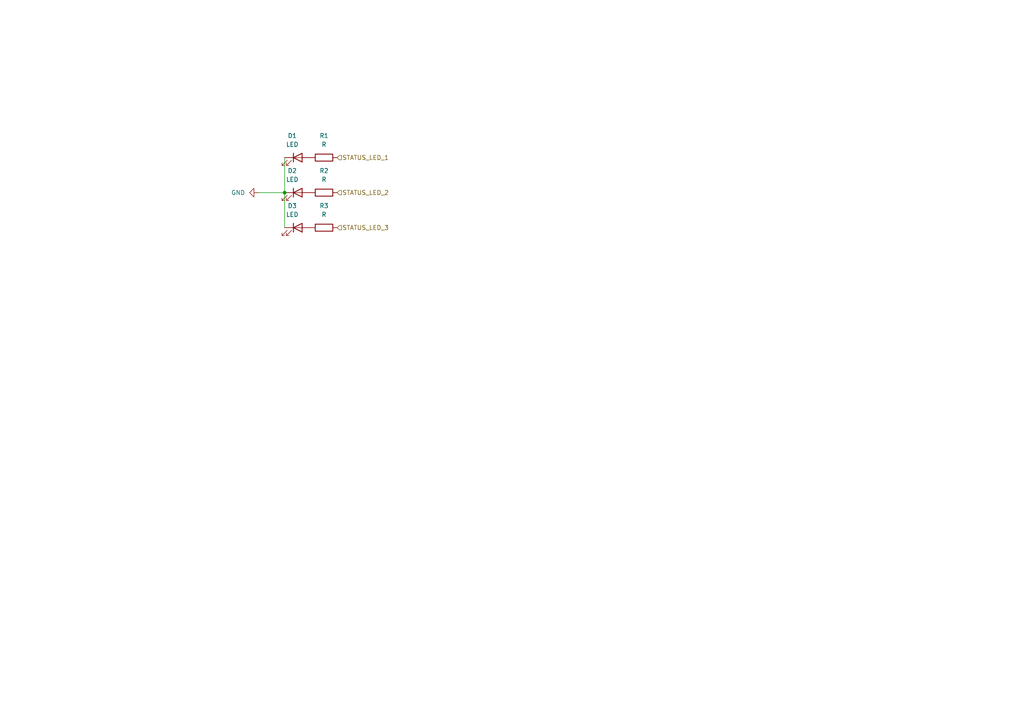
<source format=kicad_sch>
(kicad_sch (version 20231120) (generator "eeschema") (generator_version "8.0")
  (paper "A4")
  (lib_symbols
    (symbol "Device:LED" (pin_numbers hide) (pin_names (offset 1.016) hide)
      (property "Reference" "D" (at 0 2.54 0))
      (property "Value" "LED" (at 0 -2.54 0))
      (symbol "LED_0_1"
        (polyline (pts (xy -1.27 -1.27) (xy -1.27 1.27)) (stroke (width 0.254)))
        (polyline (pts (xy -1.27 0) (xy 1.27 0)))
        (polyline (pts (xy 1.27 -1.27) (xy 1.27 1.27) (xy -1.27 0) (xy 1.27 -1.27)) (stroke (width 0.254)))
        (polyline (pts (xy -3.048 -0.762) (xy -4.572 -2.286) (xy -3.81 -2.286) (xy -4.572 -2.286) (xy -4.572 -1.524)))
        (polyline (pts (xy -1.778 -0.762) (xy -3.302 -2.286) (xy -2.54 -2.286) (xy -3.302 -2.286) (xy -3.302 -1.524)))
      )
      (symbol "LED_1_1"
        (pin passive line (at -3.81 0 0) (length 2.54) (name "K") (number "1"))
        (pin passive line (at 3.81 0 180) (length 2.54) (name "A") (number "2"))
      )
    )
    (symbol "Device:R" (pin_numbers hide) (pin_names (offset 0))
      (property "Reference" "R" (at 2.032 0 90))
      (property "Value" "R" (at 0 0 90))
      (symbol "R_0_1"
        (rectangle (start -1.016 -2.54) (end 1.016 2.54) (stroke (width 0.254)))
      )
      (symbol "R_1_1"
        (pin passive line (at 0 3.81 270) (length 1.27) (name "~") (number "1"))
        (pin passive line (at 0 -3.81 90) (length 1.27) (name "~") (number "2"))
      )
    )
    (symbol "power:GND" (power) (pin_numbers hide) (pin_names (offset 0) hide)
      (property "Value" "GND" (at 0 -3.81 0))
      (symbol "GND_0_1"
        (polyline (pts (xy 0 0) (xy 0 -1.27) (xy 1.27 -1.27) (xy 0 -2.54) (xy -1.27 -1.27) (xy 0 -1.27)))
      )
      (symbol "GND_1_1"
        (pin power_in line (at 0 0 270) (length 0) (name "~") (number "1"))
      )
    )
  )
  (junction (at 82.55 55.88))
  (wire (pts (xy 74.93 55.88) (xy 82.55 55.88)))
  (wire (pts (xy 82.55 55.88) (xy 82.55 66.04)))
  (wire (pts (xy 82.55 45.72) (xy 82.55 55.88)))
  (hierarchical_label "STATUS_LED_3" (shape input) (at 97.79 66.04 0))
  (hierarchical_label "STATUS_LED_1" (shape input) (at 97.79 45.72 0))
  (hierarchical_label "STATUS_LED_2" (shape input) (at 97.79 55.88 0))
  (symbol (lib_id "Device:LED") (at 86.36 45.72 0) (unit 1)
    (property "Reference" "D1" (at 84.7725 39.37 0))
    (property "Value" "LED" (at 84.7725 41.91 0))
    (property "Description" "Light emitting diode" (effects (hide yes)))
  )
  (symbol (lib_id "Device:LED") (at 86.36 55.88 0) (unit 1)
    (property "Reference" "D2" (at 84.7725 49.53 0))
    (property "Value" "LED" (at 84.7725 52.07 0))
    (property "Description" "Light emitting diode" (effects (hide yes)))
  )
  (symbol (lib_id "Device:LED") (at 86.36 66.04 0) (unit 1)
    (property "Reference" "D3" (at 84.7725 59.69 0))
    (property "Value" "LED" (at 84.7725 62.23 0))
    (property "Description" "Light emitting diode" (effects (hide yes)))
  )
  (symbol (lib_id "Device:R") (at 93.98 66.04 90) (unit 1)
    (property "Reference" "R3" (at 93.98 59.69 90))
    (property "Value" "R" (at 93.98 62.23 90))
    (property "Description" "Resistor" (effects (hide yes)))
  )
  (symbol (lib_id "Device:R") (at 93.98 45.72 90) (unit 1)
    (property "Reference" "R1" (at 93.98 39.37 90))
    (property "Value" "R" (at 93.98 41.91 90))
    (property "Description" "Resistor" (effects (hide yes)))
  )
  (symbol (lib_id "power:GND") (at 74.93 55.88 270) (unit 1)
    (property "Reference" "#PWR01" (effects (hide yes)))
    (property "Value" "GND" (at 71.12 55.8799 90) (effects (justify right)))
    (property "Description" "Power symbol creates a global label with name \"GND\" , ground" (effects (hide yes)))
  )
  (symbol (lib_id "Device:R") (at 93.98 55.88 90) (unit 1)
    (property "Reference" "R2" (at 93.98 49.53 90))
    (property "Value" "R" (at 93.98 52.07 90))
    (property "Description" "Resistor" (effects (hide yes)))
  )
)
</source>
